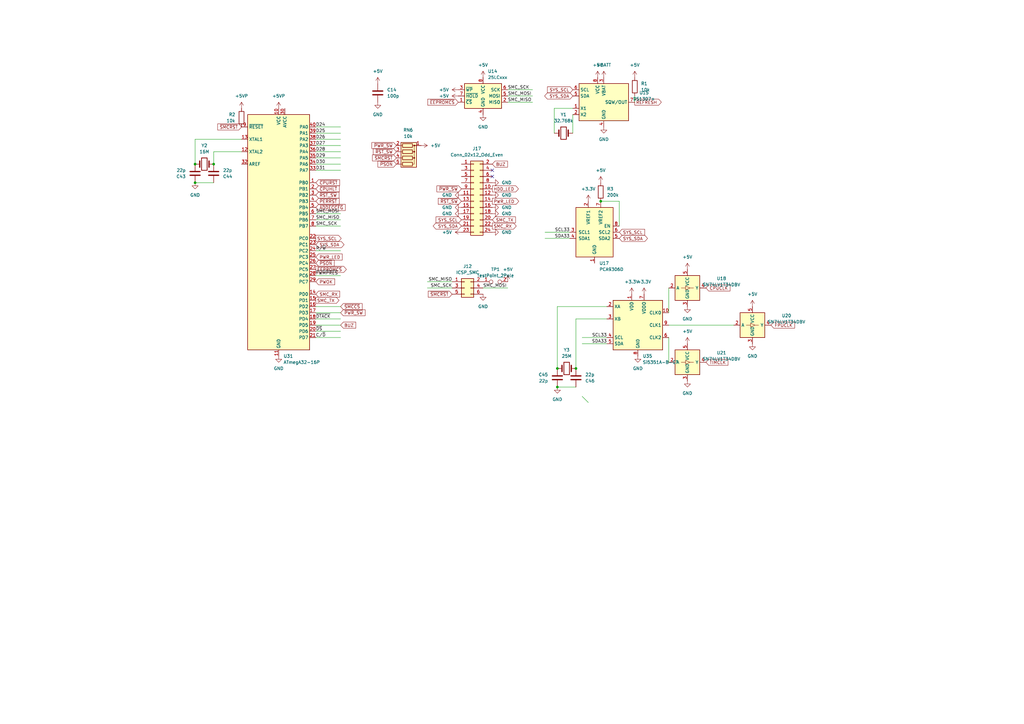
<source format=kicad_sch>
(kicad_sch (version 20230121) (generator eeschema)
  (paper "A3")
  (lib_symbols
    (symbol "Connector:TestPoint_2Pole" (pin_names (offset 0.762) hide)
      (property "Reference" "TP" (at 0 1.524 0))
      (property "Value" "TestPoint_2Pole" (at 0 -1.778 0))
      (symbol "TestPoint_2Pole_0_1"
        (circle (center -1.778 0) (radius 0.762))
        (circle (center 1.778 0) (radius 0.762))
        (pin passive line (at -5.08 0 0) (length 2.54) (name "1") (number "1"))
        (pin passive line (at 5.08 0 180) (length 2.54) (name "2") (number "2"))
      )
    )
    (symbol "Connector_Generic:Conn_02x03_Odd_Even" (pin_names (offset 1.016) hide)
      (property "Reference" "J" (at 1.27 5.08 0))
      (property "Value" "Conn_02x03_Odd_Even" (at 1.27 -5.08 0))
      (symbol "Conn_02x03_Odd_Even_1_1"
        (rectangle (start -1.27 -2.413) (end 0 -2.667) (stroke (width 0.1524)))
        (rectangle (start -1.27 0.127) (end 0 -0.127) (stroke (width 0.1524)))
        (rectangle (start -1.27 2.667) (end 0 2.413) (stroke (width 0.1524)))
        (rectangle (start -1.27 3.81) (end 3.81 -3.81) (stroke (width 0.254)) (fill (type background)))
        (rectangle (start 3.81 -2.413) (end 2.54 -2.667) (stroke (width 0.1524)))
        (rectangle (start 3.81 0.127) (end 2.54 -0.127) (stroke (width 0.1524)))
        (rectangle (start 3.81 2.667) (end 2.54 2.413) (stroke (width 0.1524)))
        (pin passive line (at -5.08 2.54 0) (length 3.81) (name "Pin_1") (number "1"))
        (pin passive line (at 7.62 2.54 180) (length 3.81) (name "Pin_2") (number "2"))
        (pin passive line (at -5.08 0 0) (length 3.81) (name "Pin_3") (number "3"))
        (pin passive line (at 7.62 0 180) (length 3.81) (name "Pin_4") (number "4"))
        (pin passive line (at -5.08 -2.54 0) (length 3.81) (name "Pin_5") (number "5"))
        (pin passive line (at 7.62 -2.54 180) (length 3.81) (name "Pin_6") (number "6"))
      )
    )
    (symbol "Connector_Generic:Conn_02x12_Odd_Even" (pin_names (offset 1.016) hide)
      (property "Reference" "J" (at 1.27 15.24 0))
      (property "Value" "Conn_02x12_Odd_Even" (at 1.27 -17.78 0))
      (symbol "Conn_02x12_Odd_Even_1_1"
        (rectangle (start -1.27 -15.113) (end 0 -15.367) (stroke (width 0.1524)))
        (rectangle (start -1.27 -12.573) (end 0 -12.827) (stroke (width 0.1524)))
        (rectangle (start -1.27 -10.033) (end 0 -10.287) (stroke (width 0.1524)))
        (rectangle (start -1.27 -7.493) (end 0 -7.747) (stroke (width 0.1524)))
        (rectangle (start -1.27 -4.953) (end 0 -5.207) (stroke (width 0.1524)))
        (rectangle (start -1.27 -2.413) (end 0 -2.667) (stroke (width 0.1524)))
        (rectangle (start -1.27 0.127) (end 0 -0.127) (stroke (width 0.1524)))
        (rectangle (start -1.27 2.667) (end 0 2.413) (stroke (width 0.1524)))
        (rectangle (start -1.27 5.207) (end 0 4.953) (stroke (width 0.1524)))
        (rectangle (start -1.27 7.747) (end 0 7.493) (stroke (width 0.1524)))
        (rectangle (start -1.27 10.287) (end 0 10.033) (stroke (width 0.1524)))
        (rectangle (start -1.27 12.827) (end 0 12.573) (stroke (width 0.1524)))
        (rectangle (start -1.27 13.97) (end 3.81 -16.51) (stroke (width 0.254)) (fill (type background)))
        (rectangle (start 3.81 -15.113) (end 2.54 -15.367) (stroke (width 0.1524)))
        (rectangle (start 3.81 -12.573) (end 2.54 -12.827) (stroke (width 0.1524)))
        (rectangle (start 3.81 -10.033) (end 2.54 -10.287) (stroke (width 0.1524)))
        (rectangle (start 3.81 -7.493) (end 2.54 -7.747) (stroke (width 0.1524)))
        (rectangle (start 3.81 -4.953) (end 2.54 -5.207) (stroke (width 0.1524)))
        (rectangle (start 3.81 -2.413) (end 2.54 -2.667) (stroke (width 0.1524)))
        (rectangle (start 3.81 0.127) (end 2.54 -0.127) (stroke (width 0.1524)))
        (rectangle (start 3.81 2.667) (end 2.54 2.413) (stroke (width 0.1524)))
        (rectangle (start 3.81 5.207) (end 2.54 4.953) (stroke (width 0.1524)))
        (rectangle (start 3.81 7.747) (end 2.54 7.493) (stroke (width 0.1524)))
        (rectangle (start 3.81 10.287) (end 2.54 10.033) (stroke (width 0.1524)))
        (rectangle (start 3.81 12.827) (end 2.54 12.573) (stroke (width 0.1524)))
        (pin passive line (at -5.08 12.7 0) (length 3.81) (name "Pin_1") (number "1"))
        (pin passive line (at 7.62 2.54 180) (length 3.81) (name "Pin_10") (number "10"))
        (pin passive line (at -5.08 0 0) (length 3.81) (name "Pin_11") (number "11"))
        (pin passive line (at 7.62 0 180) (length 3.81) (name "Pin_12") (number "12"))
        (pin passive line (at -5.08 -2.54 0) (length 3.81) (name "Pin_13") (number "13"))
        (pin passive line (at 7.62 -2.54 180) (length 3.81) (name "Pin_14") (number "14"))
        (pin passive line (at -5.08 -5.08 0) (length 3.81) (name "Pin_15") (number "15"))
        (pin passive line (at 7.62 -5.08 180) (length 3.81) (name "Pin_16") (number "16"))
        (pin passive line (at -5.08 -7.62 0) (length 3.81) (name "Pin_17") (number "17"))
        (pin passive line (at 7.62 -7.62 180) (length 3.81) (name "Pin_18") (number "18"))
        (pin passive line (at -5.08 -10.16 0) (length 3.81) (name "Pin_19") (number "19"))
        (pin passive line (at 7.62 12.7 180) (length 3.81) (name "Pin_2") (number "2"))
        (pin passive line (at 7.62 -10.16 180) (length 3.81) (name "Pin_20") (number "20"))
        (pin passive line (at -5.08 -12.7 0) (length 3.81) (name "Pin_21") (number "21"))
        (pin passive line (at 7.62 -12.7 180) (length 3.81) (name "Pin_22") (number "22"))
        (pin passive line (at -5.08 -15.24 0) (length 3.81) (name "Pin_23") (number "23"))
        (pin passive line (at 7.62 -15.24 180) (length 3.81) (name "Pin_24") (number "24"))
        (pin passive line (at -5.08 10.16 0) (length 3.81) (name "Pin_3") (number "3"))
        (pin passive line (at 7.62 10.16 180) (length 3.81) (name "Pin_4") (number "4"))
        (pin passive line (at -5.08 7.62 0) (length 3.81) (name "Pin_5") (number "5"))
        (pin passive line (at 7.62 7.62 180) (length 3.81) (name "Pin_6") (number "6"))
        (pin passive line (at -5.08 5.08 0) (length 3.81) (name "Pin_7") (number "7"))
        (pin passive line (at 7.62 5.08 180) (length 3.81) (name "Pin_8") (number "8"))
        (pin passive line (at -5.08 2.54 0) (length 3.81) (name "Pin_9") (number "9"))
      )
    )
    (symbol "Device:C" (pin_numbers hide) (pin_names (offset 0.254))
      (property "Reference" "C" (at 0.635 2.54 0))
      (property "Value" "C" (at 0.635 -2.54 0))
      (symbol "C_0_1"
        (polyline (pts (xy -2.032 -0.762) (xy 2.032 -0.762)) (stroke (width 0.508)))
        (polyline (pts (xy -2.032 0.762) (xy 2.032 0.762)) (stroke (width 0.508)))
      )
      (symbol "C_1_1"
        (pin passive line (at 0 3.81 270) (length 2.794) (name "~") (number "1"))
        (pin passive line (at 0 -3.81 90) (length 2.794) (name "~") (number "2"))
      )
    )
    (symbol "Device:Crystal" (pin_numbers hide) (pin_names (offset 1.016) hide)
      (property "Reference" "Y" (at 0 3.81 0))
      (property "Value" "Crystal" (at 0 -3.81 0))
      (symbol "Crystal_0_1"
        (rectangle (start -1.143 2.54) (end 1.143 -2.54) (stroke (width 0.3048)))
        (polyline (pts (xy -2.54 0) (xy -1.905 0)))
        (polyline (pts (xy -1.905 -1.27) (xy -1.905 1.27)) (stroke (width 0.508)))
        (polyline (pts (xy 1.905 -1.27) (xy 1.905 1.27)) (stroke (width 0.508)))
        (polyline (pts (xy 2.54 0) (xy 1.905 0)))
      )
      (symbol "Crystal_1_1"
        (pin passive line (at -3.81 0 0) (length 1.27) (name "1") (number "1"))
        (pin passive line (at 3.81 0 180) (length 1.27) (name "2") (number "2"))
      )
    )
    (symbol "Device:R" (pin_numbers hide) (pin_names (offset 0))
      (property "Reference" "R" (at 2.032 0 90))
      (property "Value" "R" (at 0 0 90))
      (symbol "R_0_1"
        (rectangle (start -1.016 -2.54) (end 1.016 2.54) (stroke (width 0.254)))
      )
      (symbol "R_1_1"
        (pin passive line (at 0 3.81 270) (length 1.27) (name "~") (number "1"))
        (pin passive line (at 0 -3.81 90) (length 1.27) (name "~") (number "2"))
      )
    )
    (symbol "Device:R_Network04" (pin_names (offset 0) hide)
      (property "Reference" "RN" (at -7.62 0 90))
      (property "Value" "R_Network04" (at 5.08 0 90))
      (symbol "R_Network04_0_1"
        (rectangle (start -6.35 -3.175) (end 3.81 3.175) (stroke (width 0.254)) (fill (type background)))
        (rectangle (start -5.842 1.524) (end -4.318 -2.54) (stroke (width 0.254)))
        (circle (center -5.08 2.286) (radius 0.254) (fill (type outline)))
        (rectangle (start -3.302 1.524) (end -1.778 -2.54) (stroke (width 0.254)))
        (circle (center -2.54 2.286) (radius 0.254) (fill (type outline)))
        (rectangle (start -0.762 1.524) (end 0.762 -2.54) (stroke (width 0.254)))
        (polyline (pts (xy -5.08 -2.54) (xy -5.08 -3.81)))
        (polyline (pts (xy -2.54 -2.54) (xy -2.54 -3.81)))
        (polyline (pts (xy 0 -2.54) (xy 0 -3.81)))
        (polyline (pts (xy 2.54 -2.54) (xy 2.54 -3.81)))
        (polyline (pts (xy -5.08 1.524) (xy -5.08 2.286) (xy -2.54 2.286) (xy -2.54 1.524)))
        (polyline (pts (xy -2.54 1.524) (xy -2.54 2.286) (xy 0 2.286) (xy 0 1.524)))
        (polyline (pts (xy 0 1.524) (xy 0 2.286) (xy 2.54 2.286) (xy 2.54 1.524)))
        (circle (center 0 2.286) (radius 0.254) (fill (type outline)))
        (rectangle (start 1.778 1.524) (end 3.302 -2.54) (stroke (width 0.254)))
      )
      (symbol "R_Network04_1_1"
        (pin passive line (at -5.08 5.08 270) (length 2.54) (name "common") (number "1"))
        (pin passive line (at -5.08 -5.08 90) (length 1.27) (name "R1") (number "2"))
        (pin passive line (at -2.54 -5.08 90) (length 1.27) (name "R2") (number "3"))
        (pin passive line (at 0 -5.08 90) (length 1.27) (name "R3") (number "4"))
        (pin passive line (at 2.54 -5.08 90) (length 1.27) (name "R4") (number "5"))
      )
    )
    (symbol "Interface:PCA9306D" (pin_names (offset 1.016))
      (property "Reference" "U" (at -7.62 11.43 0))
      (property "Value" "PCA9306D" (at 3.81 11.43 0))
      (symbol "PCA9306D_0_1"
        (rectangle (start -7.62 10.16) (end 7.62 -10.16) (stroke (width 0.254)) (fill (type background)))
      )
      (symbol "PCA9306D_1_1"
        (pin power_in line (at 0 -12.7 90) (length 2.54) (name "GND") (number "1"))
        (pin power_in line (at -2.54 12.7 270) (length 2.54) (name "VREF1") (number "2"))
        (pin bidirectional line (at -10.16 0 0) (length 2.54) (name "SCL1") (number "3"))
        (pin bidirectional line (at -10.16 -2.54 0) (length 2.54) (name "SDA1") (number "4"))
        (pin bidirectional line (at 10.16 -2.54 180) (length 2.54) (name "SDA2") (number "5"))
        (pin bidirectional line (at 10.16 0 180) (length 2.54) (name "SCL2") (number "6"))
        (pin power_in line (at 2.54 12.7 270) (length 2.54) (name "VREF2") (number "7"))
        (pin input line (at 10.16 2.54 180) (length 2.54) (name "EN") (number "8"))
      )
    )
    (symbol "Logic_LevelTranslator:SN74LV1T34DBV"
      (property "Reference" "U" (at 5.08 6.35 0))
      (property "Value" "SN74LV1T34DBV" (at 5.08 3.81 0))
      (symbol "SN74LV1T34DBV_0_1"
        (rectangle (start -5.08 5.08) (end 5.08 -5.08) (stroke (width 0.254)) (fill (type background)))
        (polyline (pts (xy -0.762 0) (xy -2.54 0)))
        (polyline (pts (xy 1.016 0) (xy 2.54 0)))
      )
      (symbol "SN74LV1T34DBV_1_1"
        (polyline (pts (xy -0.762 -0.762) (xy -0.762 0.762) (xy 1.016 0) (xy -0.762 -0.762)))
        (pin no_connect line (at -5.08 2.54 0) (length 2.54) hide (name "NC") (number "1"))
        (pin input line (at -7.62 0 0) (length 2.54) (name "A") (number "2"))
        (pin power_in line (at 0 -7.62 90) (length 2.54) (name "GND") (number "3"))
        (pin output line (at 7.62 0 180) (length 2.54) (name "Y") (number "4"))
        (pin power_in line (at 0 7.62 270) (length 2.54) (name "VCC") (number "5"))
      )
    )
    (symbol "MCU_Microchip_ATmega:ATmega32-16P"
      (property "Reference" "U" (at -12.7 49.53 0))
      (property "Value" "ATmega32-16P" (at 2.54 -49.53 0))
      (symbol "ATmega32-16P_0_1"
        (rectangle (start -12.7 -48.26) (end 12.7 48.26) (stroke (width 0.254)) (fill (type background)))
      )
      (symbol "ATmega32-16P_1_1"
        (pin bidirectional line (at 15.24 20.32 180) (length 2.54) (name "PB0") (number "1"))
        (pin power_in line (at 0 50.8 270) (length 2.54) (name "VCC") (number "10"))
        (pin power_in line (at 0 -50.8 90) (length 2.54) (name "GND") (number "11"))
        (pin output line (at -15.24 33.02 0) (length 2.54) (name "XTAL2") (number "12"))
        (pin input line (at -15.24 38.1 0) (length 2.54) (name "XTAL1") (number "13"))
        (pin bidirectional line (at 15.24 -25.4 180) (length 2.54) (name "PD0") (number "14"))
        (pin bidirectional line (at 15.24 -27.94 180) (length 2.54) (name "PD1") (number "15"))
        (pin bidirectional line (at 15.24 -30.48 180) (length 2.54) (name "PD2") (number "16"))
        (pin bidirectional line (at 15.24 -33.02 180) (length 2.54) (name "PD3") (number "17"))
        (pin bidirectional line (at 15.24 -35.56 180) (length 2.54) (name "PD4") (number "18"))
        (pin bidirectional line (at 15.24 -38.1 180) (length 2.54) (name "PD5") (number "19"))
        (pin bidirectional line (at 15.24 17.78 180) (length 2.54) (name "PB1") (number "2"))
        (pin bidirectional line (at 15.24 -40.64 180) (length 2.54) (name "PD6") (number "20"))
        (pin bidirectional line (at 15.24 -43.18 180) (length 2.54) (name "PD7") (number "21"))
        (pin bidirectional line (at 15.24 -2.54 180) (length 2.54) (name "PC0") (number "22"))
        (pin bidirectional line (at 15.24 -5.08 180) (length 2.54) (name "PC1") (number "23"))
        (pin bidirectional line (at 15.24 -7.62 180) (length 2.54) (name "PC2") (number "24"))
        (pin bidirectional line (at 15.24 -10.16 180) (length 2.54) (name "PC3") (number "25"))
        (pin bidirectional line (at 15.24 -12.7 180) (length 2.54) (name "PC4") (number "26"))
        (pin bidirectional line (at 15.24 -15.24 180) (length 2.54) (name "PC5") (number "27"))
        (pin bidirectional line (at 15.24 -17.78 180) (length 2.54) (name "PC6") (number "28"))
        (pin bidirectional line (at 15.24 -20.32 180) (length 2.54) (name "PC7") (number "29"))
        (pin bidirectional line (at 15.24 15.24 180) (length 2.54) (name "PB2") (number "3"))
        (pin power_in line (at 2.54 50.8 270) (length 2.54) (name "AVCC") (number "30"))
        (pin passive line (at 0 -50.8 90) (length 2.54) hide (name "GND") (number "31"))
        (pin passive line (at -15.24 27.94 0) (length 2.54) (name "AREF") (number "32"))
        (pin bidirectional line (at 15.24 25.4 180) (length 2.54) (name "PA7") (number "33"))
        (pin bidirectional line (at 15.24 27.94 180) (length 2.54) (name "PA6") (number "34"))
        (pin bidirectional line (at 15.24 30.48 180) (length 2.54) (name "PA5") (number "35"))
        (pin bidirectional line (at 15.24 33.02 180) (length 2.54) (name "PA4") (number "36"))
        (pin bidirectional line (at 15.24 35.56 180) (length 2.54) (name "PA3") (number "37"))
        (pin bidirectional line (at 15.24 38.1 180) (length 2.54) (name "PA2") (number "38"))
        (pin bidirectional line (at 15.24 40.64 180) (length 2.54) (name "PA1") (number "39"))
        (pin bidirectional line (at 15.24 12.7 180) (length 2.54) (name "PB3") (number "4"))
        (pin bidirectional line (at 15.24 43.18 180) (length 2.54) (name "PA0") (number "40"))
        (pin bidirectional line (at 15.24 10.16 180) (length 2.54) (name "PB4") (number "5"))
        (pin bidirectional line (at 15.24 7.62 180) (length 2.54) (name "PB5") (number "6"))
        (pin bidirectional line (at 15.24 5.08 180) (length 2.54) (name "PB6") (number "7"))
        (pin bidirectional line (at 15.24 2.54 180) (length 2.54) (name "PB7") (number "8"))
        (pin input line (at -15.24 43.18 0) (length 2.54) (name "~{RESET}") (number "9"))
      )
    )
    (symbol "Memory_EEPROM:25LCxxx"
      (property "Reference" "U" (at -7.62 6.35 0))
      (property "Value" "25LCxxx" (at 2.54 -6.35 0))
      (symbol "25LCxxx_1_1"
        (rectangle (start -7.62 5.08) (end 7.62 -5.08) (stroke (width 0.254)) (fill (type background)))
        (pin input line (at -10.16 -2.54 0) (length 2.54) (name "~{CS}") (number "1"))
        (pin tri_state line (at 10.16 -2.54 180) (length 2.54) (name "MISO") (number "2"))
        (pin input line (at -10.16 2.54 0) (length 2.54) (name "~{WP}") (number "3"))
        (pin power_in line (at 0 -7.62 90) (length 2.54) (name "GND") (number "4"))
        (pin input line (at 10.16 0 180) (length 2.54) (name "MOSI") (number "5"))
        (pin input line (at 10.16 2.54 180) (length 2.54) (name "SCK") (number "6"))
        (pin input line (at -10.16 0 0) (length 2.54) (name "~{HOLD}") (number "7"))
        (pin power_in line (at 0 7.62 270) (length 2.54) (name "VCC") (number "8"))
      )
    )
    (symbol "Oscillator:Si5351A-B-GT"
      (property "Reference" "U" (at -8.89 11.43 0))
      (property "Value" "Si5351A-B-GT" (at -12.7 -12.7 0))
      (symbol "Si5351A-B-GT_0_1"
        (rectangle (start -10.16 10.16) (end 10.16 -10.16) (stroke (width 0.254)) (fill (type background)))
      )
      (symbol "Si5351A-B-GT_1_1"
        (pin power_in line (at -2.54 12.7 270) (length 2.54) (name "VDD") (number "1"))
        (pin output line (at 12.7 5.08 180) (length 2.54) (name "CLK0") (number "10"))
        (pin input line (at -12.7 7.62 0) (length 2.54) (name "XA") (number "2"))
        (pin input line (at -12.7 2.54 0) (length 2.54) (name "XB") (number "3"))
        (pin input line (at -12.7 -5.08 0) (length 2.54) (name "SCL") (number "4"))
        (pin bidirectional line (at -12.7 -7.62 0) (length 2.54) (name "SDA") (number "5"))
        (pin output line (at 12.7 -5.08 180) (length 2.54) (name "CLK2") (number "6"))
        (pin power_in line (at 2.54 12.7 270) (length 2.54) (name "VDDO") (number "7"))
        (pin power_in line (at 0 -12.7 90) (length 2.54) (name "GND") (number "8"))
        (pin output line (at 12.7 0 180) (length 2.54) (name "CLK1") (number "9"))
      )
    )
    (symbol "Timer_RTC:DS1307+"
      (property "Reference" "U" (at -8.89 8.89 0))
      (property "Value" "DS1307+" (at 1.27 8.89 0))
      (symbol "DS1307+_0_1"
        (rectangle (start -10.16 7.62) (end 10.16 -7.62) (stroke (width 0.254)) (fill (type background)))
      )
      (symbol "DS1307+_1_1"
        (pin input line (at -12.7 -2.54 0) (length 2.54) (name "X1") (number "1"))
        (pin input line (at -12.7 -5.08 0) (length 2.54) (name "X2") (number "2"))
        (pin power_in line (at 0 10.16 270) (length 2.54) (name "VBAT") (number "3"))
        (pin power_in line (at 0 -10.16 90) (length 2.54) (name "GND") (number "4"))
        (pin bidirectional line (at -12.7 2.54 0) (length 2.54) (name "SDA") (number "5"))
        (pin input line (at -12.7 5.08 0) (length 2.54) (name "SCL") (number "6"))
        (pin open_collector line (at 12.7 0 180) (length 2.54) (name "SQW/OUT") (number "7"))
        (pin power_in line (at -2.54 10.16 270) (length 2.54) (name "VCC") (number "8"))
      )
    )
    (symbol "power:+3.3V" (power) (pin_names (offset 0))
      (property "Value" "+3.3V" (at 0 3.556 0))
      (symbol "+3.3V_0_1"
        (polyline (pts (xy -0.762 1.27) (xy 0 2.54)))
        (polyline (pts (xy 0 0) (xy 0 2.54)))
        (polyline (pts (xy 0 2.54) (xy 0.762 1.27)))
      )
      (symbol "+3.3V_1_1"
        (pin power_in line (at 0 0 90) (length 0) hide (name "+3.3V") (number "1"))
      )
    )
    (symbol "power:+5V" (power) (pin_names (offset 0))
      (property "Value" "+5V" (at 0 3.556 0))
      (symbol "+5V_0_1"
        (polyline (pts (xy -0.762 1.27) (xy 0 2.54)))
        (polyline (pts (xy 0 0) (xy 0 2.54)))
        (polyline (pts (xy 0 2.54) (xy 0.762 1.27)))
      )
      (symbol "+5V_1_1"
        (pin power_in line (at 0 0 90) (length 0) hide (name "+5V") (number "1"))
      )
    )
    (symbol "power:+5VP" (power) (pin_names (offset 0))
      (property "Value" "+5VP" (at 0 3.556 0))
      (symbol "+5VP_0_1"
        (polyline (pts (xy -0.762 1.27) (xy 0 2.54)))
        (polyline (pts (xy 0 0) (xy 0 2.54)))
        (polyline (pts (xy 0 2.54) (xy 0.762 1.27)))
      )
      (symbol "+5VP_1_1"
        (pin power_in line (at 0 0 90) (length 0) hide (name "+5VP") (number "1"))
      )
    )
    (symbol "power:+BATT" (power) (pin_names (offset 0))
      (property "Value" "+BATT" (at 0 3.556 0))
      (symbol "+BATT_0_1"
        (polyline (pts (xy -0.762 1.27) (xy 0 2.54)))
        (polyline (pts (xy 0 0) (xy 0 2.54)))
        (polyline (pts (xy 0 2.54) (xy 0.762 1.27)))
      )
      (symbol "+BATT_1_1"
        (pin power_in line (at 0 0 90) (length 0) hide (name "+BATT") (number "1"))
      )
    )
    (symbol "power:GND" (power) (pin_names (offset 0))
      (property "Value" "GND" (at 0 -3.81 0))
      (symbol "GND_0_1"
        (polyline (pts (xy 0 0) (xy 0 -1.27) (xy 1.27 -1.27) (xy 0 -2.54) (xy -1.27 -1.27) (xy 0 -1.27)))
      )
      (symbol "GND_1_1"
        (pin power_in line (at 0 0 270) (length 0) hide (name "GND") (number "1"))
      )
    )
  )
  (junction (at 87.63 67.31))
  (junction (at 228.6 158.75))
  (junction (at 80.01 67.31))
  (junction (at 80.01 74.93))
  (junction (at 246.38 82.55))
  (junction (at 228.6 151.13))
  (junction (at 236.22 151.13))
  (no_connect (at 201.93 69.85))
  (no_connect (at 201.93 72.39))
  (bus_entry (at 238.76 162.56) (size 2.54 2.54))
  (wire (pts (xy 99.06 57.15) (xy 80.01 57.15)))
  (wire (pts (xy 300.99 133.35) (xy 274.32 133.35)))
  (wire (pts (xy 238.76 138.43) (xy 248.92 138.43)))
  (wire (pts (xy 139.7 59.69) (xy 129.54 59.69)))
  (wire (pts (xy 129.54 125.73) (xy 139.7 125.73)))
  (wire (pts (xy 223.52 95.25) (xy 233.68 95.25)))
  (wire (pts (xy 175.26 115.57) (xy 185.42 115.57)))
  (wire (pts (xy 139.7 130.81) (xy 129.54 130.81)))
  (wire (pts (xy 236.22 151.13) (xy 236.22 130.81)))
  (wire (pts (xy 228.6 151.13) (xy 228.6 125.73)))
  (wire (pts (xy 274.32 148.59) (xy 274.32 138.43)))
  (wire (pts (xy 246.38 82.55) (xy 254 82.55)))
  (wire (pts (xy 139.7 138.43) (xy 129.54 138.43)))
  (wire (pts (xy 139.7 87.63) (xy 129.54 87.63)))
  (wire (pts (xy 139.7 102.87) (xy 129.54 102.87)))
  (wire (pts (xy 208.28 118.11) (xy 198.12 118.11)))
  (wire (pts (xy 139.7 135.89) (xy 129.54 135.89)))
  (wire (pts (xy 228.6 125.73) (xy 248.92 125.73)))
  (wire (pts (xy 254 82.55) (xy 254 92.71)))
  (wire (pts (xy 139.7 54.61) (xy 129.54 54.61)))
  (wire (pts (xy 238.76 140.97) (xy 248.92 140.97)))
  (wire (pts (xy 139.7 67.31) (xy 129.54 67.31)))
  (wire (pts (xy 87.63 74.93) (xy 80.01 74.93)))
  (wire (pts (xy 218.44 39.37) (xy 208.28 39.37)))
  (wire (pts (xy 236.22 158.75) (xy 228.6 158.75)))
  (wire (pts (xy 218.44 36.83) (xy 208.28 36.83)))
  (wire (pts (xy 139.7 57.15) (xy 129.54 57.15)))
  (wire (pts (xy 80.01 57.15) (xy 80.01 67.31)))
  (wire (pts (xy 274.32 118.11) (xy 274.32 128.27)))
  (wire (pts (xy 223.52 97.79) (xy 233.68 97.79)))
  (wire (pts (xy 175.26 118.11) (xy 185.42 118.11)))
  (wire (pts (xy 234.95 44.45) (xy 227.33 44.45)))
  (wire (pts (xy 218.44 41.91) (xy 208.28 41.91)))
  (wire (pts (xy 139.7 133.35) (xy 129.54 133.35)))
  (wire (pts (xy 87.63 67.31) (xy 87.63 62.23)))
  (wire (pts (xy 139.7 90.17) (xy 129.54 90.17)))
  (wire (pts (xy 139.7 64.77) (xy 129.54 64.77)))
  (wire (pts (xy 139.7 92.71) (xy 129.54 92.71)))
  (wire (pts (xy 260.35 39.37) (xy 260.35 41.91)))
  (wire (pts (xy 236.22 130.81) (xy 248.92 130.81)))
  (wire (pts (xy 234.95 46.99) (xy 234.95 54.61)))
  (wire (pts (xy 139.7 52.07) (xy 129.54 52.07)))
  (wire (pts (xy 87.63 62.23) (xy 99.06 62.23)))
  (wire (pts (xy 139.7 128.27) (xy 129.54 128.27)))
  (wire (pts (xy 139.7 62.23) (xy 129.54 62.23)))
  (wire (pts (xy 139.7 69.85) (xy 129.54 69.85)))
  (wire (pts (xy 129.54 113.03) (xy 139.7 113.03)))
  (wire (pts (xy 227.33 44.45) (xy 227.33 54.61)))
  (label "SMC_MOSI" (at 208.28 39.37 0))
  (label "SCL33" (at 233.68 95.25 180))
  (label "D27" (at 129.54 59.69 0))
  (label "SCL33" (at 248.92 138.43 180))
  (label "~{FWMPRES}" (at 129.54 113.03 0))
  (label "D30" (at 129.54 67.31 0))
  (label "SDA33" (at 248.92 140.97 180))
  (label "~{DS}" (at 129.54 135.89 0))
  (label "R{slash}~{W}" (at 129.54 102.87 0))
  (label "D25" (at 129.54 54.61 0))
  (label "~{DTACK}" (at 129.54 130.81 0))
  (label "D31" (at 129.54 69.85 0))
  (label "D26" (at 129.54 57.15 0))
  (label "SMC_MOSI" (at 129.54 87.63 0))
  (label "SMC_MISO" (at 129.54 90.17 0))
  (label "SMC_SCK" (at 185.42 118.11 180))
  (label "D29" (at 129.54 64.77 0))
  (label "SMC_SCK" (at 129.54 92.71 0))
  (label "D28" (at 129.54 62.23 0))
  (label "SMC_MISO" (at 185.42 115.57 180))
  (label "D24" (at 129.54 52.07 0))
  (label "SDA33" (at 233.68 97.79 180))
  (label "SMC_MOSI" (at 198.12 118.11 0))
  (label "C{slash}~{D}" (at 129.54 138.43 0))
  (label "SMC_SCK" (at 208.28 36.83 0))
  (label "SMC_MISO" (at 208.28 41.91 0))
  (global_label "~{PERRST}" (shape input) (at 129.54 82.55 0) (property "Intersheetrefs" "${INTERSHEET_REFS}" (effects hide)))
  (global_label "SYS_SDA" (shape bidirectional) (at 189.23 92.71 180) (property "Intersheetrefs" "${INTERSHEET_REFS}" (effects hide)))
  (global_label "SYS_SDA" (shape bidirectional) (at 254 97.79 0) (property "Intersheetrefs" "${INTERSHEET_REFS}" (effects hide)))
  (global_label "SYS_SDA" (shape bidirectional) (at 129.54 100.33 0) (property "Intersheetrefs" "${INTERSHEET_REFS}" (effects hide)))
  (global_label "~{CPUHLT}" (shape input) (at 129.54 77.47 0) (property "Intersheetrefs" "${INTERSHEET_REFS}" (effects hide)))
  (global_label "PWR_LED" (shape input) (at 129.54 105.41 0) (property "Intersheetrefs" "${INTERSHEET_REFS}" (effects hide)))
  (global_label "~{SMCRST}" (shape input) (at 162.56 64.77 180) (property "Intersheetrefs" "${INTERSHEET_REFS}" (effects hide)))
  (global_label "SMC_RX" (shape output) (at 201.93 92.71 0) (property "Intersheetrefs" "${INTERSHEET_REFS}" (effects hide)))
  (global_label "~{RST_SW}" (shape input) (at 129.54 80.01 0) (property "Intersheetrefs" "${INTERSHEET_REFS}" (effects hide)))
  (global_label "~{ADDECCFG}" (shape input) (at 129.54 85.09 0) (property "Intersheetrefs" "${INTERSHEET_REFS}" (effects hide)))
  (global_label "SMC_TX" (shape output) (at 129.54 123.19 0) (property "Intersheetrefs" "${INTERSHEET_REFS}" (effects hide)))
  (global_label "~{PWR_SW}" (shape input) (at 189.23 77.47 180) (property "Intersheetrefs" "${INTERSHEET_REFS}" (effects hide)))
  (global_label "~{RST_SW}" (shape input) (at 189.23 82.55 180) (property "Intersheetrefs" "${INTERSHEET_REFS}" (effects hide)))
  (global_label "~{RST_SW}" (shape input) (at 162.56 62.23 180) (property "Intersheetrefs" "${INTERSHEET_REFS}" (effects hide)))
  (global_label "REFRESH" (shape output) (at 260.35 41.91 0) (property "Intersheetrefs" "${INTERSHEET_REFS}" (effects hide)))
  (global_label "~{CPURST}" (shape input) (at 129.54 74.93 0) (property "Intersheetrefs" "${INTERSHEET_REFS}" (effects hide)))
  (global_label "SYS_SCL" (shape input) (at 234.95 36.83 180) (property "Intersheetrefs" "${INTERSHEET_REFS}" (effects hide)))
  (global_label "PWR_LED" (shape output) (at 201.93 82.55 0) (property "Intersheetrefs" "${INTERSHEET_REFS}" (effects hide)))
  (global_label "~{SMCRST}" (shape input) (at 99.06 52.07 180) (property "Intersheetrefs" "${INTERSHEET_REFS}" (effects hide)))
  (global_label "SYS_SDA" (shape bidirectional) (at 234.95 39.37 180) (property "Intersheetrefs" "${INTERSHEET_REFS}" (effects hide)))
  (global_label "~{EEPROMCS}" (shape output) (at 129.54 110.49 0) (property "Intersheetrefs" "${INTERSHEET_REFS}" (effects hide)))
  (global_label "SYS_SCL" (shape input) (at 254 95.25 0) (property "Intersheetrefs" "${INTERSHEET_REFS}" (effects hide)))
  (global_label "~{EEPROMCS}" (shape input) (at 187.96 41.91 180) (property "Intersheetrefs" "${INTERSHEET_REFS}" (effects hide)))
  (global_label "~{PSON}" (shape input) (at 129.54 107.95 0) (property "Intersheetrefs" "${INTERSHEET_REFS}" (effects hide)))
  (global_label "CPUCLK" (shape input) (at 289.56 118.11 0) (property "Intersheetrefs" "${INTERSHEET_REFS}" (effects hide)))
  (global_label "TIMCLK" (shape input) (at 289.56 148.59 0) (property "Intersheetrefs" "${INTERSHEET_REFS}" (effects hide)))
  (global_label "BUZ" (shape input) (at 139.7 133.35 0) (property "Intersheetrefs" "${INTERSHEET_REFS}" (effects hide)))
  (global_label "PWOK" (shape input) (at 129.54 115.57 0) (property "Intersheetrefs" "${INTERSHEET_REFS}" (effects hide)))
  (global_label "~{SMCRST}" (shape input) (at 185.42 120.65 180) (property "Intersheetrefs" "${INTERSHEET_REFS}" (effects hide)))
  (global_label "FPUCLK" (shape input) (at 316.23 133.35 0) (property "Intersheetrefs" "${INTERSHEET_REFS}" (effects hide)))
  (global_label "SMC_TX" (shape input) (at 201.93 90.17 0) (property "Intersheetrefs" "${INTERSHEET_REFS}" (effects hide)))
  (global_label "~{SMCCS}" (shape input) (at 139.7 125.73 0) (property "Intersheetrefs" "${INTERSHEET_REFS}" (effects hide)))
  (global_label "SYS_SCL" (shape input) (at 189.23 90.17 180) (property "Intersheetrefs" "${INTERSHEET_REFS}" (effects hide)))
  (global_label "~{PSON}" (shape input) (at 162.56 67.31 180) (property "Intersheetrefs" "${INTERSHEET_REFS}" (effects hide)))
  (global_label "~{PWR_SW}" (shape input) (at 139.7 128.27 0) (property "Intersheetrefs" "${INTERSHEET_REFS}" (effects hide)))
  (global_label "~{PWR_SW}" (shape input) (at 162.56 59.69 180) (property "Intersheetrefs" "${INTERSHEET_REFS}" (effects hide)))
  (global_label "HDD_LED" (shape output) (at 201.93 77.47 0) (property "Intersheetrefs" "${INTERSHEET_REFS}" (effects hide)))
  (global_label "SMC_RX" (shape input) (at 129.54 120.65 0) (property "Intersheetrefs" "${INTERSHEET_REFS}" (effects hide)))
  (global_label "BUZ" (shape input) (at 201.93 67.31 0) (property "Intersheetrefs" "${INTERSHEET_REFS}" (effects hide)))
  (global_label "SYS_SCL" (shape output) (at 129.54 97.79 0) (property "Intersheetrefs" "${INTERSHEET_REFS}" (effects hide)))
  (symbol (lib_id "MCU_Microchip_ATmega:ATmega32-16P") (at 114.3 95.25 0) (unit 1)
    (property "Reference" "U31" (at 116.2559 146.05 0) (effects (justify left)))
    (property "Value" "ATmegA32-16P" (at 116.2559 148.59 0) (effects (justify left)))
    (property "Footprint" "Package_DIP:DIP-40_W15.24mm" (effects hide))
    (property "Datasheet" "http://ww1.microchip.com/downloads/en/DeviceDoc/doc2503.pdf" (effects hide))
    (instances (project "m68k-hbc" (path "" (reference "U31") (unit 1)) (path "" (reference "U16") (unit 1))))
  )
  (symbol (lib_id "power:+5VP") (at 114.3 44.45 0) (unit 1)
    (property "Reference" "#PWR0141" (effects hide))
    (property "Value" "+5VP" (at 114.3 39.37 0))
  )
  (symbol (lib_id "power:+5V") (at 208.28 115.57 0) (unit 1)
    (property "Reference" "#PWR0158" (effects hide))
    (property "Value" "+5V" (at 208.28 110.49 0))
  )
  (symbol (lib_id "Device:Crystal") (at 231.14 54.61 0) (unit 1)
    (property "Reference" "Y1" (at 231.14 46.99 0))
    (property "Value" "32.768k" (at 231.14 49.53 0))
    (property "Footprint" "Crystal:Crystal_Round_D2.0mm_Vertical" (effects hide))
  )
  (symbol (lib_id "Device:Crystal") (at 232.41 151.13 180) (unit 1)
    (property "Reference" "Y3" (at 232.41 143.51 0))
    (property "Value" "25M" (at 232.41 146.05 0))
    (property "Footprint" "Crystal:Crystal_HC52-6mm_Vertical" (effects hide))
  )
  (symbol (lib_id "power:GND") (at 281.94 125.73 0) (unit 1)
    (property "Reference" "#PWR0162" (effects hide))
    (property "Value" "GND" (at 281.94 130.81 0))
  )
  (symbol (lib_id "power:+5V") (at 187.96 39.37 90) (unit 1)
    (property "Reference" "#PWR0201" (effects hide))
    (property "Value" "+5V" (at 184.15 39.37 90) (effects (justify left)))
    (instances (project "m68k-hbc" (path "" (reference "#PWR0201") (unit 1)) (path "" (reference "#PWR0206") (unit 1)) (path "" (reference "#PWR0220") (unit 1)) (path "" (reference "#PWR0138") (unit 1))))
  )
  (symbol (lib_id "power:+BATT") (at 247.65 31.75 0) (unit 1)
    (property "Reference" "#PWR0256" (effects hide))
    (property "Value" "+BATT" (at 247.65 26.67 0))
    (instances (project "m68k-hbc" (path "" (reference "#PWR0256") (unit 1)) (path "" (reference "#PWR0134") (unit 1))))
  )
  (symbol (lib_id "Timer_RTC:DS1307+") (at 247.65 41.91 0) (unit 1)
    (property "Reference" "U15" (at 264.16 38.0239 0))
    (property "Value" "DS1307+" (at 264.16 40.5639 0))
    (property "Footprint" "Package_DIP:DIP-8_W7.62mm" (effects hide))
    (property "Datasheet" "https://datasheets.maximintegrated.com/en/ds/DS1307.pdf" (effects hide))
  )
  (symbol (lib_id "Interface:PCA9306D") (at 243.84 95.25 0) (unit 1)
    (property "Reference" "U17" (at 245.7959 107.95 0) (effects (justify left)))
    (property "Value" "PCA9306D" (at 245.7959 110.49 0) (effects (justify left)))
    (property "Footprint" "Package_SO:SO-8_3.9x4.9mm_P1.27mm" (effects hide))
    (property "Datasheet" "https://www.nxp.com/docs/en/data-sheet/PCA9306.pdf" (effects hide))
  )
  (symbol (lib_id "Device:C") (at 236.22 154.94 0) (mirror x) (unit 1)
    (property "Reference" "C46" (at 240.03 156.21 0) (effects (justify left)))
    (property "Value" "22p" (at 240.03 153.67 0) (effects (justify left)))
    (property "Footprint" "Capacitor_SMD:C_1206_3216Metric_Pad1.33x1.80mm_HandSolder" (effects hide))
  )
  (symbol (lib_id "Connector:TestPoint_2Pole") (at 203.2 115.57 0) (unit 1)
    (property "Reference" "TP1" (at 203.2 110.49 0))
    (property "Value" "TestPoint_2Pole" (at 203.2 113.03 0))
    (property "Footprint" "Connector_PinHeader_1.00mm:PinHeader_1x02_P1.00mm_Vertical" (effects hide))
  )
  (symbol (lib_id "power:+5VP") (at 99.06 44.45 0) (unit 1)
    (property "Reference" "#PWR0140" (effects hide))
    (property "Value" "+5VP" (at 99.06 39.37 0))
  )
  (symbol (lib_id "power:+5V") (at 198.12 31.75 0) (unit 1)
    (property "Reference" "#PWR0201" (effects hide))
    (property "Value" "+5V" (at 198.12 26.67 0))
    (instances (project "m68k-hbc" (path "" (reference "#PWR0201") (unit 1)) (path "" (reference "#PWR0206") (unit 1)) (path "" (reference "#PWR0220") (unit 1)) (path "" (reference "#PWR0132") (unit 1))))
  )
  (symbol (lib_id "power:GND") (at 198.12 46.99 0) (unit 1)
    (property "Reference" "#PWR0200" (effects hide))
    (property "Value" "GND" (at 198.12 52.07 0))
    (instances (project "m68k-hbc" (path "" (reference "#PWR0200") (unit 1)) (path "" (reference "#PWR0207") (unit 1)) (path "" (reference "#PWR0221") (unit 1)) (path "" (reference "#PWR0142") (unit 1))))
  )
  (symbol (lib_id "power:+5V") (at 189.23 95.25 90) (unit 1)
    (property "Reference" "#PWR0176" (effects hide))
    (property "Value" "+5V" (at 185.42 95.25 90) (effects (justify left)))
    (instances (project "m68k-hbc" (path "" (reference "#PWR0176") (unit 1)) (path "" (reference "#PWR0155") (unit 1))))
  )
  (symbol (lib_id "Device:R") (at 260.35 35.56 0) (unit 1)
    (property "Reference" "R1" (at 262.89 34.29 0) (effects (justify left)))
    (property "Value" "10k" (at 262.89 36.83 0) (effects (justify left)))
    (property "Footprint" "Resistor_SMD:R_1206_3216Metric_Pad1.30x1.75mm_HandSolder" (effects hide))
  )
  (symbol (lib_id "power:GND") (at 261.62 146.05 0) (unit 1)
    (property "Reference" "#PWR0167" (effects hide))
    (property "Value" "GND" (at 261.62 151.13 0))
  )
  (symbol (lib_id "Device:R") (at 99.06 48.26 0) (mirror y) (unit 1)
    (property "Reference" "R2" (at 96.52 46.99 0) (effects (justify left)))
    (property "Value" "10k" (at 96.52 49.53 0) (effects (justify left)))
    (property "Footprint" "Resistor_SMD:R_1206_3216Metric_Pad1.30x1.75mm_HandSolder" (effects hide))
  )
  (symbol (lib_id "power:GND") (at 228.6 158.75 0) (unit 1)
    (property "Reference" "#PWR0169" (effects hide))
    (property "Value" "GND" (at 228.6 163.83 0))
  )
  (symbol (lib_id "power:GND") (at 189.23 80.01 270) (mirror x) (unit 1)
    (property "Reference" "#PWR0148" (effects hide))
    (property "Value" "GND" (at 185.42 80.01 90) (effects (justify right)))
  )
  (symbol (lib_id "power:+3.3V") (at 241.3 82.55 0) (unit 1)
    (property "Reference" "#PWR0150" (effects hide))
    (property "Value" "+3.3V" (at 241.3 77.47 0))
  )
  (symbol (lib_id "power:GND") (at 308.61 140.97 0) (unit 1)
    (property "Reference" "#PWR0165" (effects hide))
    (property "Value" "GND" (at 308.61 146.05 0))
  )
  (symbol (lib_id "power:+5V") (at 260.35 31.75 0) (unit 1)
    (property "Reference" "#PWR0135" (effects hide))
    (property "Value" "+5V" (at 260.35 26.67 0))
  )
  (symbol (lib_id "Memory_EEPROM:25LCxxx") (at 198.12 39.37 0) (unit 1)
    (property "Reference" "U14" (at 200.0759 29.21 0) (effects (justify left)))
    (property "Value" "25LCxxx" (at 200.0759 31.75 0) (effects (justify left)))
    (property "Footprint" "Package_DIP:DIP-8_W7.62mm_Socket" (effects hide))
    (property "Datasheet" "http://ww1.microchip.com/downloads/en/DeviceDoc/21832H.pdf" (effects hide))
  )
  (symbol (lib_id "power:GND") (at 80.01 74.93 0) (unit 1)
    (property "Reference" "#PWR0145" (effects hide))
    (property "Value" "GND" (at 80.01 80.01 0))
  )
  (symbol (lib_id "Oscillator:Si5351A-B-GT") (at 261.62 133.35 0) (unit 1)
    (property "Reference" "U35" (at 263.5759 146.05 0) (effects (justify left)))
    (property "Value" "Si5351A-B-GT" (at 263.5759 148.59 0) (effects (justify left)))
    (property "Footprint" "Package_SO:MSOP-10_3x3mm_P0.5mm" (effects hide))
    (property "Datasheet" "https://www.silabs.com/documents/public/data-sheets/Si5351-B.pdf" (effects hide))
    (instances (project "m68k-hbc" (path "" (reference "U35") (unit 1)) (path "" (reference "U35") (unit 1)) (path "" (reference "U19") (unit 1))))
  )
  (symbol (lib_id "power:+5V") (at 187.96 36.83 90) (unit 1)
    (property "Reference" "#PWR0201" (effects hide))
    (property "Value" "+5V" (at 184.15 36.83 90) (effects (justify left)))
    (instances (project "m68k-hbc" (path "" (reference "#PWR0201") (unit 1)) (path "" (reference "#PWR0206") (unit 1)) (path "" (reference "#PWR0220") (unit 1)) (path "" (reference "#PWR0137") (unit 1))))
  )
  (symbol (lib_id "power:GND") (at 198.12 120.65 0) (mirror y) (unit 1)
    (property "Reference" "#PWR0159" (effects hide))
    (property "Value" "GND" (at 198.12 125.73 0))
  )
  (symbol (lib_id "Logic_LevelTranslator:SN74LV1T34DBV") (at 281.94 118.11 0) (unit 1)
    (property "Reference" "U18" (at 295.91 114.2239 0))
    (property "Value" "SN74LV1T34DBV" (at 295.91 116.7639 0))
    (property "Footprint" "Package_TO_SOT_SMD:SOT-23-5" (effects hide))
    (property "Datasheet" "https://www.ti.com/lit/ds/symlink/sn74lv1t34.pdf" (effects hide))
  )
  (symbol (lib_id "power:GND") (at 201.93 87.63 90) (unit 1)
    (property "Reference" "#PWR0177" (effects hide))
    (property "Value" "GND" (at 205.74 87.63 90) (effects (justify right)))
    (instances (project "m68k-hbc" (path "" (reference "#PWR0177") (unit 1)) (path "" (reference "#PWR0154") (unit 1))))
  )
  (symbol (lib_id "power:GND") (at 201.93 74.93 90) (unit 1)
    (property "Reference" "#PWR0146" (effects hide))
    (property "Value" "GND" (at 205.74 74.93 90) (effects (justify right)))
  )
  (symbol (lib_id "Device:C") (at 154.94 38.1 0) (unit 1)
    (property "Reference" "C14" (at 158.75 36.83 0) (effects (justify left)))
    (property "Value" "100p" (at 158.75 39.37 0) (effects (justify left)))
    (property "Footprint" "Capacitor_SMD:C_1206_3216Metric_Pad1.33x1.80mm_HandSolder" (effects hide))
    (instances (project "m68k-hbc" (path "" (reference "C14") (unit 1)) (path "" (reference "C38") (unit 1)) (path "" (reference "C64") (unit 1)) (path "" (reference "C42") (unit 1))))
  )
  (symbol (lib_id "power:+3.3V") (at 259.08 120.65 0) (unit 1)
    (property "Reference" "#PWR0160" (effects hide))
    (property "Value" "+3.3V" (at 259.08 115.57 0))
  )
  (symbol (lib_id "power:+5V") (at 246.38 74.93 0) (unit 1)
    (property "Reference" "#PWR0147" (effects hide))
    (property "Value" "+5V" (at 246.38 69.85 0))
  )
  (symbol (lib_id "Device:C") (at 228.6 154.94 0) (mirror y) (unit 1)
    (property "Reference" "C45" (at 224.79 153.67 0) (effects (justify left)))
    (property "Value" "22p" (at 224.79 156.21 0) (effects (justify left)))
    (property "Footprint" "Capacitor_SMD:C_1206_3216Metric_Pad1.33x1.80mm_HandSolder" (effects hide))
  )
  (symbol (lib_id "Device:Crystal") (at 83.82 67.31 180) (unit 1)
    (property "Reference" "Y2" (at 83.82 59.69 0))
    (property "Value" "16M" (at 83.82 62.23 0))
    (property "Footprint" "Crystal:Crystal_HC52-6mm_Vertical" (effects hide))
  )
  (symbol (lib_id "power:GND") (at 281.94 156.21 0) (unit 1)
    (property "Reference" "#PWR0168" (effects hide))
    (property "Value" "GND" (at 281.94 161.29 0))
  )
  (symbol (lib_id "power:GND") (at 201.93 95.25 90) (unit 1)
    (property "Reference" "#PWR0175" (effects hide))
    (property "Value" "GND" (at 205.74 95.25 90) (effects (justify right)))
    (instances (project "m68k-hbc" (path "" (reference "#PWR0175") (unit 1)) (path "" (reference "#PWR0156") (unit 1))))
  )
  (symbol (lib_id "power:+5V") (at 154.94 34.29 0) (unit 1)
    (property "Reference" "#PWR0201" (effects hide))
    (property "Value" "+5V" (at 154.94 29.21 0))
    (instances (project "m68k-hbc" (path "" (reference "#PWR0201") (unit 1)) (path "" (reference "#PWR0206") (unit 1)) (path "" (reference "#PWR0220") (unit 1)) (path "" (reference "#PWR0136") (unit 1))))
  )
  (symbol (lib_id "power:GND") (at 247.65 52.07 0) (unit 1)
    (property "Reference" "#PWR0200" (effects hide))
    (property "Value" "GND" (at 247.65 57.15 0))
    (instances (project "m68k-hbc" (path "" (reference "#PWR0200") (unit 1)) (path "" (reference "#PWR0207") (unit 1)) (path "" (reference "#PWR0221") (unit 1)) (path "" (reference "#PWR0143") (unit 1))))
  )
  (symbol (lib_id "Device:C") (at 87.63 71.12 0) (mirror x) (unit 1)
    (property "Reference" "C44" (at 91.44 72.39 0) (effects (justify left)))
    (property "Value" "22p" (at 91.44 69.85 0) (effects (justify left)))
    (property "Footprint" "Capacitor_SMD:C_1206_3216Metric_Pad1.33x1.80mm_HandSolder" (effects hide))
  )
  (symbol (lib_id "power:+5V") (at 281.94 140.97 0) (unit 1)
    (property "Reference" "#PWR0164" (effects hide))
    (property "Value" "+5V" (at 281.94 135.89 0))
  )
  (symbol (lib_id "power:+5V") (at 172.72 59.69 270) (unit 1)
    (property "Reference" "#PWR0144" (effects hide))
    (property "Value" "+5V" (at 176.53 59.69 90) (effects (justify left)))
  )
  (symbol (lib_id "power:+5V") (at 308.61 125.73 0) (unit 1)
    (property "Reference" "#PWR0163" (effects hide))
    (property "Value" "+5V" (at 308.61 120.65 0))
  )
  (symbol (lib_id "Connector_Generic:Conn_02x03_Odd_Even") (at 190.5 118.11 0) (unit 1)
    (property "Reference" "J12" (at 191.77 109.22 0))
    (property "Value" "ICSP_SMC" (at 191.77 111.76 0))
    (property "Footprint" "Connector_PinSocket_2.54mm:PinSocket_2x03_P2.54mm_Vertical" (effects hide))
  )
  (symbol (lib_id "power:GND") (at 201.93 85.09 90) (unit 1)
    (property "Reference" "#PWR0152" (effects hide))
    (property "Value" "GND" (at 205.74 85.09 90) (effects (justify right)))
  )
  (symbol (lib_id "power:GND") (at 189.23 85.09 270) (mirror x) (unit 1)
    (property "Reference" "#PWR0151" (effects hide))
    (property "Value" "GND" (at 185.42 85.09 90) (effects (justify right)))
  )
  (symbol (lib_id "power:GND") (at 154.94 41.91 0) (unit 1)
    (property "Reference" "#PWR0200" (effects hide))
    (property "Value" "GND" (at 154.94 46.99 0))
    (instances (project "m68k-hbc" (path "" (reference "#PWR0200") (unit 1)) (path "" (reference "#PWR0207") (unit 1)) (path "" (reference "#PWR0221") (unit 1)) (path "" (reference "#PWR0139") (unit 1))))
  )
  (symbol (lib_id "Device:R") (at 246.38 78.74 0) (unit 1)
    (property "Reference" "R3" (at 248.92 77.47 0) (effects (justify left)))
    (property "Value" "200k" (at 248.92 80.01 0) (effects (justify left)))
    (property "Footprint" "Resistor_SMD:R_1206_3216Metric_Pad1.30x1.75mm_HandSolder" (effects hide))
  )
  (symbol (lib_id "power:GND") (at 114.3 146.05 0) (unit 1)
    (property "Reference" "#PWR0166" (effects hide))
    (property "Value" "GND" (at 114.3 151.13 0))
  )
  (symbol (lib_id "Logic_LevelTranslator:SN74LV1T34DBV") (at 308.61 133.35 0) (unit 1)
    (property "Reference" "U20" (at 322.58 129.4639 0))
    (property "Value" "SN74LV1T34DBV" (at 322.58 132.0039 0))
    (property "Footprint" "Package_TO_SOT_SMD:SOT-23-5" (effects hide))
    (property "Datasheet" "https://www.ti.com/lit/ds/symlink/sn74lv1t34.pdf" (effects hide))
  )
  (symbol (lib_id "power:+5V") (at 245.11 31.75 0) (unit 1)
    (property "Reference" "#PWR0201" (effects hide))
    (property "Value" "+5V" (at 245.11 26.67 0))
    (instances (project "m68k-hbc" (path "" (reference "#PWR0201") (unit 1)) (path "" (reference "#PWR0206") (unit 1)) (path "" (reference "#PWR0220") (unit 1)) (path "" (reference "#PWR0133") (unit 1))))
  )
  (symbol (lib_id "Device:C") (at 80.01 71.12 180) (unit 1)
    (property "Reference" "C43" (at 76.2 72.39 0) (effects (justify left)))
    (property "Value" "22p" (at 76.2 69.85 0) (effects (justify left)))
    (property "Footprint" "Capacitor_SMD:C_1206_3216Metric_Pad1.33x1.80mm_HandSolder" (effects hide))
  )
  (symbol (lib_id "power:+5V") (at 281.94 110.49 0) (unit 1)
    (property "Reference" "#PWR0157" (effects hide))
    (property "Value" "+5V" (at 281.94 105.41 0))
  )
  (symbol (lib_id "power:GND") (at 201.93 80.01 90) (unit 1)
    (property "Reference" "#PWR0149" (effects hide))
    (property "Value" "GND" (at 205.74 80.01 90) (effects (justify right)))
  )
  (symbol (lib_id "power:GND") (at 189.23 87.63 270) (mirror x) (unit 1)
    (property "Reference" "#PWR0178" (effects hide))
    (property "Value" "GND" (at 185.42 87.63 90) (effects (justify right)))
    (instances (project "m68k-hbc" (path "" (reference "#PWR0178") (unit 1)) (path "" (reference "#PWR0153") (unit 1))))
  )
  (symbol (lib_id "Connector_Generic:Conn_02x12_Odd_Even") (at 194.31 80.01 0) (unit 1)
    (property "Reference" "J17" (at 195.58 60.96 0))
    (property "Value" "Conn_02x12_Odd_Even" (at 195.58 63.5 0))
    (property "Footprint" "Connector_PinHeader_2.54mm:PinHeader_2x12_P2.54mm_Vertical" (effects hide))
    (instances (project "m68k-hbc" (path "" (reference "J17") (unit 1)) (path "" (reference "J11") (unit 1))))
  )
  (symbol (lib_id "Device:R_Network04") (at 167.64 64.77 270) (unit 1)
    (property "Reference" "RN6" (at 167.386 53.34 90))
    (property "Value" "10k" (at 167.386 55.88 90))
    (property "Footprint" "Resistor_THT:R_Array_SIP5" (effects hide))
    (property "Datasheet" "http://www.vishay.com/docs/31509/csc.pdf" (effects hide))
  )
  (symbol (lib_id "Logic_LevelTranslator:SN74LV1T34DBV") (at 281.94 148.59 0) (unit 1)
    (property "Reference" "U21" (at 295.91 144.7039 0))
    (property "Value" "SN74LV1T34DBV" (at 295.91 147.2439 0))
    (property "Footprint" "Package_TO_SOT_SMD:SOT-23-5" (effects hide))
    (property "Datasheet" "https://www.ti.com/lit/ds/symlink/sn74lv1t34.pdf" (effects hide))
  )
  (symbol (lib_id "power:+3.3V") (at 264.16 120.65 0) (unit 1)
    (property "Reference" "#PWR0161" (effects hide))
    (property "Value" "+3.3V" (at 264.16 115.57 0))
  )
)
</source>
